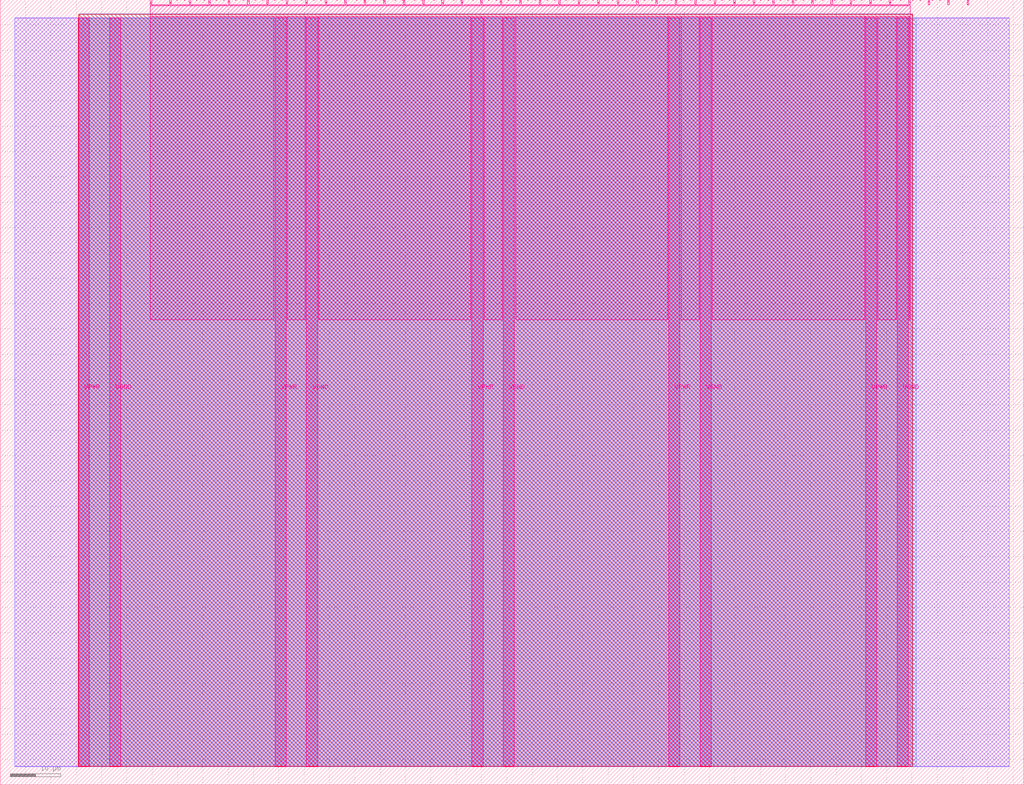
<source format=lef>
VERSION 5.7 ;
  NOWIREEXTENSIONATPIN ON ;
  DIVIDERCHAR "/" ;
  BUSBITCHARS "[]" ;
MACRO tt_um_section_d_group_fifteen_array_mult_structural
  CLASS BLOCK ;
  FOREIGN tt_um_section_d_group_fifteen_array_mult_structural ;
  ORIGIN 0.000 0.000 ;
  SIZE 202.080 BY 154.980 ;
  PIN VGND
    DIRECTION INOUT ;
    USE GROUND ;
    PORT
      LAYER Metal5 ;
        RECT 21.580 3.560 23.780 151.420 ;
    END
    PORT
      LAYER Metal5 ;
        RECT 60.450 3.560 62.650 151.420 ;
    END
    PORT
      LAYER Metal5 ;
        RECT 99.320 3.560 101.520 151.420 ;
    END
    PORT
      LAYER Metal5 ;
        RECT 138.190 3.560 140.390 151.420 ;
    END
    PORT
      LAYER Metal5 ;
        RECT 177.060 3.560 179.260 151.420 ;
    END
  END VGND
  PIN VPWR
    DIRECTION INOUT ;
    USE POWER ;
    PORT
      LAYER Metal5 ;
        RECT 15.380 3.560 17.580 151.420 ;
    END
    PORT
      LAYER Metal5 ;
        RECT 54.250 3.560 56.450 151.420 ;
    END
    PORT
      LAYER Metal5 ;
        RECT 93.120 3.560 95.320 151.420 ;
    END
    PORT
      LAYER Metal5 ;
        RECT 131.990 3.560 134.190 151.420 ;
    END
    PORT
      LAYER Metal5 ;
        RECT 170.860 3.560 173.060 151.420 ;
    END
  END VPWR
  PIN clk
    DIRECTION INPUT ;
    USE SIGNAL ;
    PORT
      LAYER Metal5 ;
        RECT 187.050 153.980 187.350 154.980 ;
    END
  END clk
  PIN ena
    DIRECTION INPUT ;
    USE SIGNAL ;
    PORT
      LAYER Metal5 ;
        RECT 190.890 153.980 191.190 154.980 ;
    END
  END ena
  PIN rst_n
    DIRECTION INPUT ;
    USE SIGNAL ;
    PORT
      LAYER Metal5 ;
        RECT 183.210 153.980 183.510 154.980 ;
    END
  END rst_n
  PIN ui_in[0]
    DIRECTION INPUT ;
    USE SIGNAL ;
    ANTENNAGATEAREA 0.213200 ;
    PORT
      LAYER Metal5 ;
        RECT 179.370 153.980 179.670 154.980 ;
    END
  END ui_in[0]
  PIN ui_in[1]
    DIRECTION INPUT ;
    USE SIGNAL ;
    ANTENNAGATEAREA 0.213200 ;
    PORT
      LAYER Metal5 ;
        RECT 175.530 153.980 175.830 154.980 ;
    END
  END ui_in[1]
  PIN ui_in[2]
    DIRECTION INPUT ;
    USE SIGNAL ;
    ANTENNAGATEAREA 0.213200 ;
    PORT
      LAYER Metal5 ;
        RECT 171.690 153.980 171.990 154.980 ;
    END
  END ui_in[2]
  PIN ui_in[3]
    DIRECTION INPUT ;
    USE SIGNAL ;
    ANTENNAGATEAREA 0.213200 ;
    PORT
      LAYER Metal5 ;
        RECT 167.850 153.980 168.150 154.980 ;
    END
  END ui_in[3]
  PIN ui_in[4]
    DIRECTION INPUT ;
    USE SIGNAL ;
    ANTENNAGATEAREA 0.213200 ;
    PORT
      LAYER Metal5 ;
        RECT 164.010 153.980 164.310 154.980 ;
    END
  END ui_in[4]
  PIN ui_in[5]
    DIRECTION INPUT ;
    USE SIGNAL ;
    ANTENNAGATEAREA 0.213200 ;
    PORT
      LAYER Metal5 ;
        RECT 160.170 153.980 160.470 154.980 ;
    END
  END ui_in[5]
  PIN ui_in[6]
    DIRECTION INPUT ;
    USE SIGNAL ;
    ANTENNAGATEAREA 0.213200 ;
    PORT
      LAYER Metal5 ;
        RECT 156.330 153.980 156.630 154.980 ;
    END
  END ui_in[6]
  PIN ui_in[7]
    DIRECTION INPUT ;
    USE SIGNAL ;
    ANTENNAGATEAREA 0.213200 ;
    PORT
      LAYER Metal5 ;
        RECT 152.490 153.980 152.790 154.980 ;
    END
  END ui_in[7]
  PIN uio_in[0]
    DIRECTION INPUT ;
    USE SIGNAL ;
    PORT
      LAYER Metal5 ;
        RECT 148.650 153.980 148.950 154.980 ;
    END
  END uio_in[0]
  PIN uio_in[1]
    DIRECTION INPUT ;
    USE SIGNAL ;
    PORT
      LAYER Metal5 ;
        RECT 144.810 153.980 145.110 154.980 ;
    END
  END uio_in[1]
  PIN uio_in[2]
    DIRECTION INPUT ;
    USE SIGNAL ;
    PORT
      LAYER Metal5 ;
        RECT 140.970 153.980 141.270 154.980 ;
    END
  END uio_in[2]
  PIN uio_in[3]
    DIRECTION INPUT ;
    USE SIGNAL ;
    PORT
      LAYER Metal5 ;
        RECT 137.130 153.980 137.430 154.980 ;
    END
  END uio_in[3]
  PIN uio_in[4]
    DIRECTION INPUT ;
    USE SIGNAL ;
    PORT
      LAYER Metal5 ;
        RECT 133.290 153.980 133.590 154.980 ;
    END
  END uio_in[4]
  PIN uio_in[5]
    DIRECTION INPUT ;
    USE SIGNAL ;
    PORT
      LAYER Metal5 ;
        RECT 129.450 153.980 129.750 154.980 ;
    END
  END uio_in[5]
  PIN uio_in[6]
    DIRECTION INPUT ;
    USE SIGNAL ;
    PORT
      LAYER Metal5 ;
        RECT 125.610 153.980 125.910 154.980 ;
    END
  END uio_in[6]
  PIN uio_in[7]
    DIRECTION INPUT ;
    USE SIGNAL ;
    PORT
      LAYER Metal5 ;
        RECT 121.770 153.980 122.070 154.980 ;
    END
  END uio_in[7]
  PIN uio_oe[0]
    DIRECTION OUTPUT ;
    USE SIGNAL ;
    ANTENNADIFFAREA 0.299200 ;
    PORT
      LAYER Metal5 ;
        RECT 56.490 153.980 56.790 154.980 ;
    END
  END uio_oe[0]
  PIN uio_oe[1]
    DIRECTION OUTPUT ;
    USE SIGNAL ;
    ANTENNADIFFAREA 0.299200 ;
    PORT
      LAYER Metal5 ;
        RECT 52.650 153.980 52.950 154.980 ;
    END
  END uio_oe[1]
  PIN uio_oe[2]
    DIRECTION OUTPUT ;
    USE SIGNAL ;
    ANTENNADIFFAREA 0.299200 ;
    PORT
      LAYER Metal5 ;
        RECT 48.810 153.980 49.110 154.980 ;
    END
  END uio_oe[2]
  PIN uio_oe[3]
    DIRECTION OUTPUT ;
    USE SIGNAL ;
    ANTENNADIFFAREA 0.299200 ;
    PORT
      LAYER Metal5 ;
        RECT 44.970 153.980 45.270 154.980 ;
    END
  END uio_oe[3]
  PIN uio_oe[4]
    DIRECTION OUTPUT ;
    USE SIGNAL ;
    ANTENNADIFFAREA 0.299200 ;
    PORT
      LAYER Metal5 ;
        RECT 41.130 153.980 41.430 154.980 ;
    END
  END uio_oe[4]
  PIN uio_oe[5]
    DIRECTION OUTPUT ;
    USE SIGNAL ;
    ANTENNADIFFAREA 0.299200 ;
    PORT
      LAYER Metal5 ;
        RECT 37.290 153.980 37.590 154.980 ;
    END
  END uio_oe[5]
  PIN uio_oe[6]
    DIRECTION OUTPUT ;
    USE SIGNAL ;
    ANTENNADIFFAREA 0.299200 ;
    PORT
      LAYER Metal5 ;
        RECT 33.450 153.980 33.750 154.980 ;
    END
  END uio_oe[6]
  PIN uio_oe[7]
    DIRECTION OUTPUT ;
    USE SIGNAL ;
    ANTENNADIFFAREA 0.299200 ;
    PORT
      LAYER Metal5 ;
        RECT 29.610 153.980 29.910 154.980 ;
    END
  END uio_oe[7]
  PIN uio_out[0]
    DIRECTION OUTPUT ;
    USE SIGNAL ;
    ANTENNADIFFAREA 0.299200 ;
    PORT
      LAYER Metal5 ;
        RECT 87.210 153.980 87.510 154.980 ;
    END
  END uio_out[0]
  PIN uio_out[1]
    DIRECTION OUTPUT ;
    USE SIGNAL ;
    ANTENNADIFFAREA 0.299200 ;
    PORT
      LAYER Metal5 ;
        RECT 83.370 153.980 83.670 154.980 ;
    END
  END uio_out[1]
  PIN uio_out[2]
    DIRECTION OUTPUT ;
    USE SIGNAL ;
    ANTENNADIFFAREA 0.299200 ;
    PORT
      LAYER Metal5 ;
        RECT 79.530 153.980 79.830 154.980 ;
    END
  END uio_out[2]
  PIN uio_out[3]
    DIRECTION OUTPUT ;
    USE SIGNAL ;
    ANTENNADIFFAREA 0.299200 ;
    PORT
      LAYER Metal5 ;
        RECT 75.690 153.980 75.990 154.980 ;
    END
  END uio_out[3]
  PIN uio_out[4]
    DIRECTION OUTPUT ;
    USE SIGNAL ;
    ANTENNADIFFAREA 0.299200 ;
    PORT
      LAYER Metal5 ;
        RECT 71.850 153.980 72.150 154.980 ;
    END
  END uio_out[4]
  PIN uio_out[5]
    DIRECTION OUTPUT ;
    USE SIGNAL ;
    ANTENNADIFFAREA 0.299200 ;
    PORT
      LAYER Metal5 ;
        RECT 68.010 153.980 68.310 154.980 ;
    END
  END uio_out[5]
  PIN uio_out[6]
    DIRECTION OUTPUT ;
    USE SIGNAL ;
    ANTENNADIFFAREA 0.299200 ;
    PORT
      LAYER Metal5 ;
        RECT 64.170 153.980 64.470 154.980 ;
    END
  END uio_out[6]
  PIN uio_out[7]
    DIRECTION OUTPUT ;
    USE SIGNAL ;
    ANTENNADIFFAREA 0.299200 ;
    PORT
      LAYER Metal5 ;
        RECT 60.330 153.980 60.630 154.980 ;
    END
  END uio_out[7]
  PIN uo_out[0]
    DIRECTION OUTPUT ;
    USE SIGNAL ;
    ANTENNADIFFAREA 0.706800 ;
    PORT
      LAYER Metal5 ;
        RECT 117.930 153.980 118.230 154.980 ;
    END
  END uo_out[0]
  PIN uo_out[1]
    DIRECTION OUTPUT ;
    USE SIGNAL ;
    ANTENNADIFFAREA 0.706800 ;
    PORT
      LAYER Metal5 ;
        RECT 114.090 153.980 114.390 154.980 ;
    END
  END uo_out[1]
  PIN uo_out[2]
    DIRECTION OUTPUT ;
    USE SIGNAL ;
    ANTENNADIFFAREA 0.706800 ;
    PORT
      LAYER Metal5 ;
        RECT 110.250 153.980 110.550 154.980 ;
    END
  END uo_out[2]
  PIN uo_out[3]
    DIRECTION OUTPUT ;
    USE SIGNAL ;
    ANTENNADIFFAREA 0.654800 ;
    PORT
      LAYER Metal5 ;
        RECT 106.410 153.980 106.710 154.980 ;
    END
  END uo_out[3]
  PIN uo_out[4]
    DIRECTION OUTPUT ;
    USE SIGNAL ;
    ANTENNADIFFAREA 0.654800 ;
    PORT
      LAYER Metal5 ;
        RECT 102.570 153.980 102.870 154.980 ;
    END
  END uo_out[4]
  PIN uo_out[5]
    DIRECTION OUTPUT ;
    USE SIGNAL ;
    ANTENNADIFFAREA 0.654800 ;
    PORT
      LAYER Metal5 ;
        RECT 98.730 153.980 99.030 154.980 ;
    END
  END uo_out[5]
  PIN uo_out[6]
    DIRECTION OUTPUT ;
    USE SIGNAL ;
    ANTENNADIFFAREA 0.654800 ;
    PORT
      LAYER Metal5 ;
        RECT 94.890 153.980 95.190 154.980 ;
    END
  END uo_out[6]
  PIN uo_out[7]
    DIRECTION OUTPUT ;
    USE SIGNAL ;
    ANTENNADIFFAREA 0.654800 ;
    PORT
      LAYER Metal5 ;
        RECT 91.050 153.980 91.350 154.980 ;
    END
  END uo_out[7]
  OBS
      LAYER GatPoly ;
        RECT 2.880 3.630 199.200 151.350 ;
      LAYER Metal1 ;
        RECT 2.880 3.560 199.200 151.420 ;
      LAYER Metal2 ;
        RECT 15.515 3.680 180.865 151.300 ;
      LAYER Metal3 ;
        RECT 15.560 3.635 180.100 152.185 ;
      LAYER Metal4 ;
        RECT 15.515 3.680 180.145 152.140 ;
      LAYER Metal5 ;
        RECT 30.120 153.770 33.240 153.980 ;
        RECT 33.960 153.770 37.080 153.980 ;
        RECT 37.800 153.770 40.920 153.980 ;
        RECT 41.640 153.770 44.760 153.980 ;
        RECT 45.480 153.770 48.600 153.980 ;
        RECT 49.320 153.770 52.440 153.980 ;
        RECT 53.160 153.770 56.280 153.980 ;
        RECT 57.000 153.770 60.120 153.980 ;
        RECT 60.840 153.770 63.960 153.980 ;
        RECT 64.680 153.770 67.800 153.980 ;
        RECT 68.520 153.770 71.640 153.980 ;
        RECT 72.360 153.770 75.480 153.980 ;
        RECT 76.200 153.770 79.320 153.980 ;
        RECT 80.040 153.770 83.160 153.980 ;
        RECT 83.880 153.770 87.000 153.980 ;
        RECT 87.720 153.770 90.840 153.980 ;
        RECT 91.560 153.770 94.680 153.980 ;
        RECT 95.400 153.770 98.520 153.980 ;
        RECT 99.240 153.770 102.360 153.980 ;
        RECT 103.080 153.770 106.200 153.980 ;
        RECT 106.920 153.770 110.040 153.980 ;
        RECT 110.760 153.770 113.880 153.980 ;
        RECT 114.600 153.770 117.720 153.980 ;
        RECT 118.440 153.770 121.560 153.980 ;
        RECT 122.280 153.770 125.400 153.980 ;
        RECT 126.120 153.770 129.240 153.980 ;
        RECT 129.960 153.770 133.080 153.980 ;
        RECT 133.800 153.770 136.920 153.980 ;
        RECT 137.640 153.770 140.760 153.980 ;
        RECT 141.480 153.770 144.600 153.980 ;
        RECT 145.320 153.770 148.440 153.980 ;
        RECT 149.160 153.770 152.280 153.980 ;
        RECT 153.000 153.770 156.120 153.980 ;
        RECT 156.840 153.770 159.960 153.980 ;
        RECT 160.680 153.770 163.800 153.980 ;
        RECT 164.520 153.770 167.640 153.980 ;
        RECT 168.360 153.770 171.480 153.980 ;
        RECT 172.200 153.770 175.320 153.980 ;
        RECT 176.040 153.770 179.160 153.980 ;
        RECT 29.660 151.630 179.620 153.770 ;
        RECT 29.660 91.835 54.040 151.630 ;
        RECT 56.660 91.835 60.240 151.630 ;
        RECT 62.860 91.835 92.910 151.630 ;
        RECT 95.530 91.835 99.110 151.630 ;
        RECT 101.730 91.835 131.780 151.630 ;
        RECT 134.400 91.835 137.980 151.630 ;
        RECT 140.600 91.835 170.650 151.630 ;
        RECT 173.270 91.835 176.850 151.630 ;
        RECT 179.470 91.835 179.620 151.630 ;
  END
END tt_um_section_d_group_fifteen_array_mult_structural
END LIBRARY


</source>
